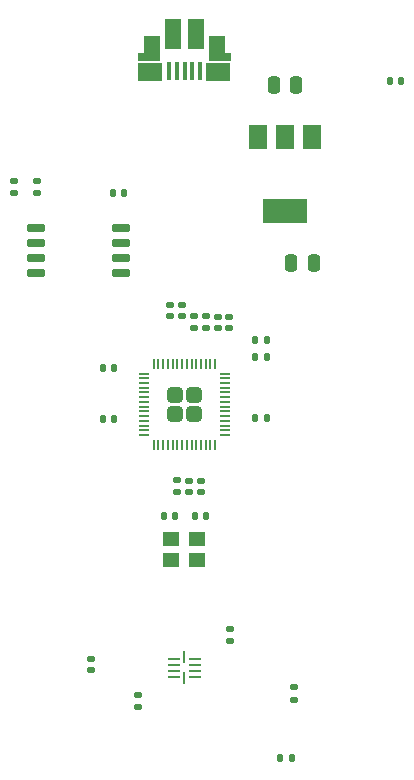
<source format=gbr>
%TF.GenerationSoftware,KiCad,Pcbnew,7.0.8*%
%TF.CreationDate,2024-05-28T19:10:26-07:00*%
%TF.ProjectId,BroncoSpaceRP2040,42726f6e-636f-4537-9061-636552503230,rev?*%
%TF.SameCoordinates,Original*%
%TF.FileFunction,Paste,Top*%
%TF.FilePolarity,Positive*%
%FSLAX46Y46*%
G04 Gerber Fmt 4.6, Leading zero omitted, Abs format (unit mm)*
G04 Created by KiCad (PCBNEW 7.0.8) date 2024-05-28 19:10:26*
%MOMM*%
%LPD*%
G01*
G04 APERTURE LIST*
G04 Aperture macros list*
%AMRoundRect*
0 Rectangle with rounded corners*
0 $1 Rounding radius*
0 $2 $3 $4 $5 $6 $7 $8 $9 X,Y pos of 4 corners*
0 Add a 4 corners polygon primitive as box body*
4,1,4,$2,$3,$4,$5,$6,$7,$8,$9,$2,$3,0*
0 Add four circle primitives for the rounded corners*
1,1,$1+$1,$2,$3*
1,1,$1+$1,$4,$5*
1,1,$1+$1,$6,$7*
1,1,$1+$1,$8,$9*
0 Add four rect primitives between the rounded corners*
20,1,$1+$1,$2,$3,$4,$5,0*
20,1,$1+$1,$4,$5,$6,$7,0*
20,1,$1+$1,$6,$7,$8,$9,0*
20,1,$1+$1,$8,$9,$2,$3,0*%
G04 Aperture macros list end*
%ADD10RoundRect,0.140000X-0.140000X-0.170000X0.140000X-0.170000X0.140000X0.170000X-0.140000X0.170000X0*%
%ADD11RoundRect,0.135000X-0.185000X0.135000X-0.185000X-0.135000X0.185000X-0.135000X0.185000X0.135000X0*%
%ADD12RoundRect,0.140000X-0.170000X0.140000X-0.170000X-0.140000X0.170000X-0.140000X0.170000X0.140000X0*%
%ADD13RoundRect,0.140000X0.140000X0.170000X-0.140000X0.170000X-0.140000X-0.170000X0.140000X-0.170000X0*%
%ADD14RoundRect,0.140000X0.170000X-0.140000X0.170000X0.140000X-0.170000X0.140000X-0.170000X-0.140000X0*%
%ADD15RoundRect,0.250000X-0.250000X-0.475000X0.250000X-0.475000X0.250000X0.475000X-0.250000X0.475000X0*%
%ADD16RoundRect,0.135000X-0.135000X-0.185000X0.135000X-0.185000X0.135000X0.185000X-0.135000X0.185000X0*%
%ADD17RoundRect,0.150000X-0.650000X-0.150000X0.650000X-0.150000X0.650000X0.150000X-0.650000X0.150000X0*%
%ADD18RoundRect,0.062500X-0.425000X-0.062500X0.425000X-0.062500X0.425000X0.062500X-0.425000X0.062500X0*%
%ADD19RoundRect,0.062500X-0.062500X-0.425000X0.062500X-0.425000X0.062500X0.425000X-0.062500X0.425000X0*%
%ADD20R,0.400000X1.650000*%
%ADD21R,1.825000X0.700000*%
%ADD22R,2.000000X1.500000*%
%ADD23R,1.350000X2.000000*%
%ADD24R,1.430000X2.500000*%
%ADD25R,1.400000X1.200000*%
%ADD26RoundRect,0.135000X0.185000X-0.135000X0.185000X0.135000X-0.185000X0.135000X-0.185000X-0.135000X0*%
%ADD27R,1.500000X2.000000*%
%ADD28R,3.800000X2.000000*%
%ADD29RoundRect,0.249999X-0.395001X-0.395001X0.395001X-0.395001X0.395001X0.395001X-0.395001X0.395001X0*%
%ADD30RoundRect,0.050000X-0.387500X-0.050000X0.387500X-0.050000X0.387500X0.050000X-0.387500X0.050000X0*%
%ADD31RoundRect,0.050000X-0.050000X-0.387500X0.050000X-0.387500X0.050000X0.387500X-0.050000X0.387500X0*%
G04 APERTURE END LIST*
D10*
%TO.C,C16*%
X47410000Y61380000D03*
X48370000Y61380000D03*
%TD*%
D11*
%TO.C,R7*%
X39275000Y10020000D03*
X39275000Y9000000D03*
%TD*%
D12*
%TO.C,C17*%
X22112500Y12430000D03*
X22112500Y11470000D03*
%TD*%
D11*
%TO.C,R5*%
X29400000Y27572500D03*
X29400000Y26552500D03*
%TD*%
%TO.C,R4*%
X15540000Y52870000D03*
X15540000Y51850000D03*
%TD*%
D13*
%TO.C,C8*%
X24042500Y37100000D03*
X23082500Y37100000D03*
%TD*%
D14*
%TO.C,C3*%
X32800000Y40457500D03*
X32800000Y41417500D03*
%TD*%
D15*
%TO.C,C2*%
X39050000Y46000000D03*
X40950000Y46000000D03*
%TD*%
D13*
%TO.C,C15*%
X29230000Y24500000D03*
X28270000Y24500000D03*
%TD*%
D10*
%TO.C,C10*%
X36005000Y39425000D03*
X36965000Y39425000D03*
%TD*%
%TO.C,C14*%
X30870000Y24500000D03*
X31830000Y24500000D03*
%TD*%
D16*
%TO.C,R_Limit1*%
X38127500Y4080000D03*
X39147500Y4080000D03*
%TD*%
D12*
%TO.C,C5*%
X31400000Y27542500D03*
X31400000Y26582500D03*
%TD*%
D11*
%TO.C,R10*%
X26070000Y9400000D03*
X26070000Y8380000D03*
%TD*%
D10*
%TO.C,C11*%
X36005000Y38025000D03*
X36965000Y38025000D03*
%TD*%
D17*
%TO.C,U3*%
X17400000Y48905000D03*
X17400000Y47635000D03*
X17400000Y46365000D03*
X17400000Y45095000D03*
X24600000Y45095000D03*
X24600000Y46365000D03*
X24600000Y47635000D03*
X24600000Y48905000D03*
%TD*%
D18*
%TO.C,U4*%
X29112500Y12450000D03*
X29112500Y11950000D03*
X29112500Y11450000D03*
X29112500Y10950000D03*
D19*
X30000000Y10812500D03*
D18*
X30887500Y10950000D03*
X30887500Y11450000D03*
X30887500Y11950000D03*
X30887500Y12450000D03*
D19*
X30000000Y12587500D03*
%TD*%
D20*
%TO.C,J1*%
X31325000Y62235000D03*
X30675000Y62235000D03*
X30025000Y62235000D03*
X29375000Y62235000D03*
X28725000Y62235000D03*
D21*
X32975000Y63435000D03*
D22*
X32875000Y62135000D03*
D23*
X32755000Y64185000D03*
D24*
X30985000Y65385000D03*
X29065000Y65385000D03*
D23*
X27275000Y64185000D03*
D22*
X27125000Y62115000D03*
D21*
X27025000Y63435000D03*
%TD*%
D11*
%TO.C,R2*%
X31800000Y41447500D03*
X31800000Y40427500D03*
%TD*%
D13*
%TO.C,C13*%
X24042500Y32725000D03*
X23082500Y32725000D03*
%TD*%
D11*
%TO.C,R1*%
X30800000Y41447500D03*
X30800000Y40427500D03*
%TD*%
D25*
%TO.C,Y1*%
X28900000Y20850000D03*
X31100000Y20850000D03*
X31100000Y22550000D03*
X28900000Y22550000D03*
%TD*%
D12*
%TO.C,C9*%
X30400000Y27542500D03*
X30400000Y26582500D03*
%TD*%
D10*
%TO.C,C12*%
X36005000Y32825000D03*
X36965000Y32825000D03*
%TD*%
D26*
%TO.C,R8*%
X33887500Y13940000D03*
X33887500Y14960000D03*
%TD*%
D15*
%TO.C,C1*%
X37550000Y61000000D03*
X39450000Y61000000D03*
%TD*%
D27*
%TO.C,U2*%
X40800000Y56650000D03*
X38500000Y56650000D03*
D28*
X38500000Y50350000D03*
D27*
X36200000Y56650000D03*
%TD*%
D14*
%TO.C,C6*%
X33800000Y40457500D03*
X33800000Y41417500D03*
%TD*%
D29*
%TO.C,U1*%
X29200000Y34800000D03*
X29200000Y33200000D03*
X30800000Y34800000D03*
X30800000Y33200000D03*
D30*
X26562500Y36600000D03*
X26562500Y36200000D03*
X26562500Y35800000D03*
X26562500Y35400000D03*
X26562500Y35000000D03*
X26562500Y34600000D03*
X26562500Y34200000D03*
X26562500Y33800000D03*
X26562500Y33400000D03*
X26562500Y33000000D03*
X26562500Y32600000D03*
X26562500Y32200000D03*
X26562500Y31800000D03*
X26562500Y31400000D03*
D31*
X27400000Y30562500D03*
X27800000Y30562500D03*
X28200000Y30562500D03*
X28600000Y30562500D03*
X29000000Y30562500D03*
X29400000Y30562500D03*
X29800000Y30562500D03*
X30200000Y30562500D03*
X30600000Y30562500D03*
X31000000Y30562500D03*
X31400000Y30562500D03*
X31800000Y30562500D03*
X32200000Y30562500D03*
X32600000Y30562500D03*
D30*
X33437500Y31400000D03*
X33437500Y31800000D03*
X33437500Y32200000D03*
X33437500Y32600000D03*
X33437500Y33000000D03*
X33437500Y33400000D03*
X33437500Y33800000D03*
X33437500Y34200000D03*
X33437500Y34600000D03*
X33437500Y35000000D03*
X33437500Y35400000D03*
X33437500Y35800000D03*
X33437500Y36200000D03*
X33437500Y36600000D03*
D31*
X32600000Y37437500D03*
X32200000Y37437500D03*
X31800000Y37437500D03*
X31400000Y37437500D03*
X31000000Y37437500D03*
X30600000Y37437500D03*
X30200000Y37437500D03*
X29800000Y37437500D03*
X29400000Y37437500D03*
X29000000Y37437500D03*
X28600000Y37437500D03*
X28200000Y37437500D03*
X27800000Y37437500D03*
X27400000Y37437500D03*
%TD*%
D11*
%TO.C,R3*%
X17540000Y52870000D03*
X17540000Y51850000D03*
%TD*%
D14*
%TO.C,C7*%
X29800000Y41457500D03*
X29800000Y42417500D03*
%TD*%
%TO.C,C4*%
X28800000Y41457500D03*
X28800000Y42417500D03*
%TD*%
D13*
%TO.C,C18*%
X24880000Y51905000D03*
X23920000Y51905000D03*
%TD*%
M02*

</source>
